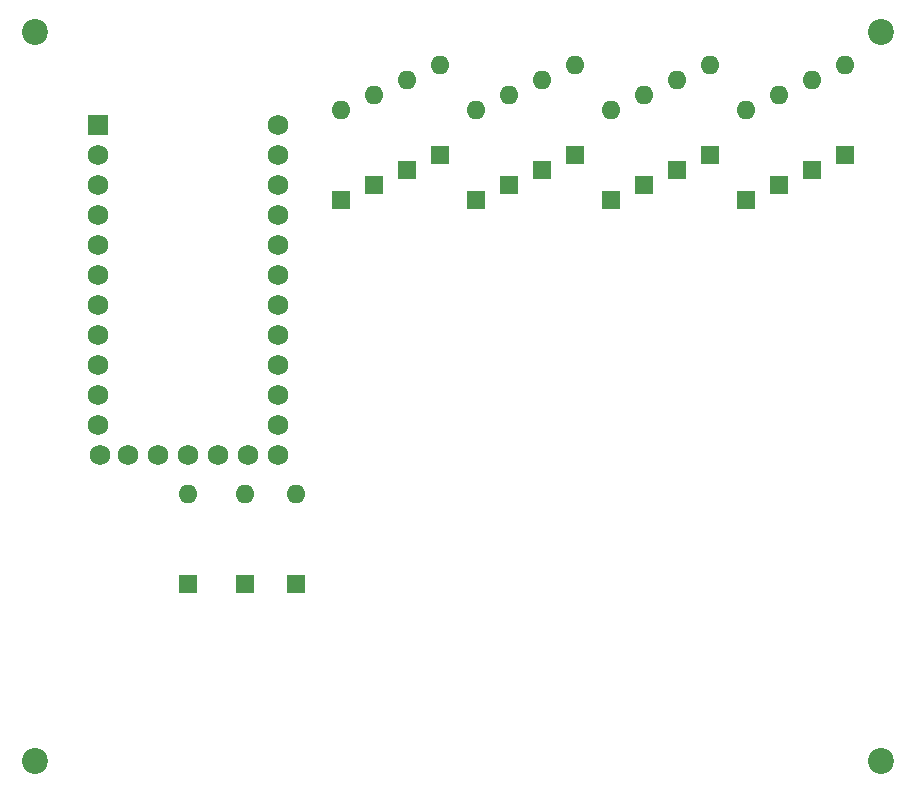
<source format=gbr>
%TF.GenerationSoftware,KiCad,Pcbnew,(6.0.9)*%
%TF.CreationDate,2022-11-30T18:47:25+00:00*%
%TF.ProjectId,PocketPad,506f636b-6574-4506-9164-2e6b69636164,rev?*%
%TF.SameCoordinates,Original*%
%TF.FileFunction,Soldermask,Bot*%
%TF.FilePolarity,Negative*%
%FSLAX46Y46*%
G04 Gerber Fmt 4.6, Leading zero omitted, Abs format (unit mm)*
G04 Created by KiCad (PCBNEW (6.0.9)) date 2022-11-30 18:47:25*
%MOMM*%
%LPD*%
G01*
G04 APERTURE LIST*
%ADD10O,1.600000X1.600000*%
%ADD11R,1.600000X1.600000*%
%ADD12C,1.752600*%
%ADD13R,1.752600X1.752600*%
%ADD14C,2.200000*%
G04 APERTURE END LIST*
D10*
%TO.C,D2*%
X80880000Y-20982000D03*
D11*
X80880000Y-28602000D03*
%TD*%
D10*
%TO.C,D0*%
X58020000Y-20982000D03*
D11*
X58020000Y-28602000D03*
%TD*%
D10*
%TO.C,D16*%
X36684000Y-57304000D03*
D11*
X36684000Y-64924000D03*
%TD*%
D10*
%TO.C,D13*%
X61068000Y-24792000D03*
D11*
X61068000Y-32412000D03*
%TD*%
D10*
%TO.C,D8*%
X52432000Y-23522000D03*
D11*
X52432000Y-31142000D03*
%TD*%
D10*
%TO.C,D10*%
X75292000Y-23522000D03*
D11*
X75292000Y-31142000D03*
%TD*%
D12*
%TO.C,MCU1*%
X41764000Y-53956750D03*
X39224000Y-53956750D03*
X36684000Y-53956750D03*
X34144000Y-53956750D03*
X31604000Y-53956750D03*
X44304000Y-26016750D03*
X44304000Y-28556750D03*
X44304000Y-31096750D03*
X44304000Y-33636750D03*
X44304000Y-36176750D03*
X44304000Y-38716750D03*
X44304000Y-41256750D03*
X44304000Y-43796750D03*
X44304000Y-46336750D03*
X44304000Y-48876750D03*
X44304000Y-51416750D03*
X44304000Y-53956750D03*
X29292600Y-53956750D03*
X29064000Y-51416750D03*
X29064000Y-48876750D03*
X29064000Y-46336750D03*
X29064000Y-43796750D03*
X29064000Y-41256750D03*
X29064000Y-38716750D03*
X29064000Y-36176750D03*
X29064000Y-33636750D03*
X29064000Y-31096750D03*
X29064000Y-28556750D03*
D13*
X29064000Y-26016750D03*
%TD*%
D10*
%TO.C,D18*%
X45828000Y-57304000D03*
D11*
X45828000Y-64924000D03*
%TD*%
D10*
%TO.C,D3*%
X92310000Y-20982000D03*
D11*
X92310000Y-28602000D03*
%TD*%
D10*
%TO.C,D7*%
X89516000Y-22252000D03*
D11*
X89516000Y-29872000D03*
%TD*%
D10*
%TO.C,D12*%
X49638000Y-24792000D03*
D11*
X49638000Y-32412000D03*
%TD*%
D10*
%TO.C,D17*%
X41510000Y-57304000D03*
D11*
X41510000Y-64924000D03*
%TD*%
D10*
%TO.C,D5*%
X66656000Y-22252000D03*
D11*
X66656000Y-29872000D03*
%TD*%
D14*
%TO.C,REF\u002A\u002A*%
X23730000Y-79910000D03*
%TD*%
%TO.C,REF\u002A\u002A*%
X95358000Y-18188000D03*
%TD*%
D10*
%TO.C,D4*%
X55226000Y-22252000D03*
D11*
X55226000Y-29872000D03*
%TD*%
D10*
%TO.C,D6*%
X78086000Y-22252000D03*
D11*
X78086000Y-29872000D03*
%TD*%
D14*
%TO.C,REF\u002A\u002A*%
X23730000Y-18188000D03*
%TD*%
D10*
%TO.C,D15*%
X83928000Y-24792000D03*
D11*
X83928000Y-32412000D03*
%TD*%
D10*
%TO.C,D11*%
X86722000Y-23522000D03*
D11*
X86722000Y-31142000D03*
%TD*%
D14*
%TO.C,REF\u002A\u002A*%
X95358000Y-79910000D03*
%TD*%
D10*
%TO.C,D9*%
X63862000Y-23522000D03*
D11*
X63862000Y-31142000D03*
%TD*%
D10*
%TO.C,D14*%
X72498000Y-24792000D03*
D11*
X72498000Y-32412000D03*
%TD*%
D10*
%TO.C,D1*%
X69450000Y-20982000D03*
D11*
X69450000Y-28602000D03*
%TD*%
M02*

</source>
